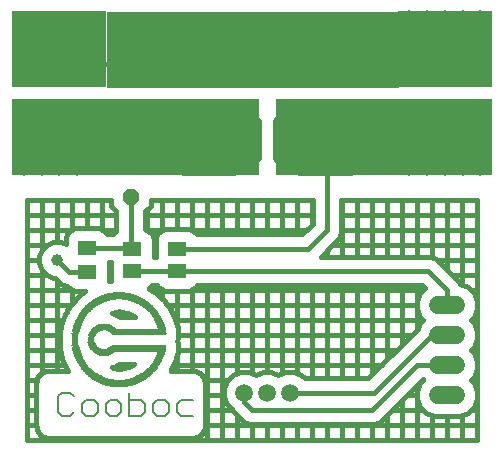
<source format=gtl>
G75*
%MOIN*%
%OFA0B0*%
%FSLAX24Y24*%
%IPPOS*%
%LPD*%
%AMOC8*
5,1,8,0,0,1.08239X$1,22.5*
%
%ADD10R,0.9744X0.2559*%
%ADD11R,0.5118X0.2559*%
%ADD12R,0.4094X0.2559*%
%ADD13C,0.0397*%
%ADD14C,0.1575*%
%ADD15C,0.0591*%
%ADD16C,0.0118*%
%ADD17C,0.0600*%
%ADD18R,0.0500X0.0250*%
%ADD19R,0.3150X0.2559*%
%ADD20R,0.0630X0.0512*%
%ADD21OC8,0.0520*%
%ADD22C,0.0070*%
%ADD23R,0.0427X0.0013*%
%ADD24R,0.0587X0.0013*%
%ADD25R,0.0721X0.0013*%
%ADD26R,0.0827X0.0013*%
%ADD27R,0.0908X0.0013*%
%ADD28R,0.1014X0.0013*%
%ADD29R,0.1094X0.0013*%
%ADD30R,0.1148X0.0013*%
%ADD31R,0.1228X0.0013*%
%ADD32R,0.1281X0.0013*%
%ADD33R,0.1335X0.0013*%
%ADD34R,0.1388X0.0013*%
%ADD35R,0.1441X0.0013*%
%ADD36R,0.1495X0.0013*%
%ADD37R,0.1548X0.0013*%
%ADD38R,0.1602X0.0013*%
%ADD39R,0.0721X0.0013*%
%ADD40R,0.0654X0.0013*%
%ADD41R,0.0654X0.0013*%
%ADD42R,0.0614X0.0013*%
%ADD43R,0.0614X0.0013*%
%ADD44R,0.0574X0.0013*%
%ADD45R,0.0547X0.0013*%
%ADD46R,0.0521X0.0013*%
%ADD47R,0.0494X0.0013*%
%ADD48R,0.0494X0.0013*%
%ADD49R,0.0467X0.0013*%
%ADD50R,0.0467X0.0013*%
%ADD51R,0.0454X0.0013*%
%ADD52R,0.0454X0.0013*%
%ADD53R,0.0440X0.0013*%
%ADD54R,0.0427X0.0013*%
%ADD55R,0.0414X0.0013*%
%ADD56R,0.0400X0.0013*%
%ADD57R,0.0400X0.0013*%
%ADD58R,0.0387X0.0013*%
%ADD59R,0.0387X0.0013*%
%ADD60R,0.0374X0.0013*%
%ADD61R,0.0374X0.0013*%
%ADD62R,0.0360X0.0013*%
%ADD63R,0.0360X0.0013*%
%ADD64R,0.0360X0.0013*%
%ADD65R,0.0360X0.0013*%
%ADD66R,0.0347X0.0013*%
%ADD67R,0.0347X0.0013*%
%ADD68R,0.0334X0.0013*%
%ADD69R,0.0334X0.0013*%
%ADD70R,0.0334X0.0013*%
%ADD71R,0.0334X0.0013*%
%ADD72R,0.0334X0.0013*%
%ADD73R,0.0320X0.0013*%
%ADD74R,0.0320X0.0013*%
%ADD75R,0.0307X0.0013*%
%ADD76R,0.0307X0.0013*%
%ADD77R,0.0307X0.0013*%
%ADD78R,0.0294X0.0013*%
%ADD79R,0.0294X0.0013*%
%ADD80R,0.0294X0.0013*%
%ADD81R,0.0280X0.0013*%
%ADD82R,0.0280X0.0013*%
%ADD83R,0.0280X0.0013*%
%ADD84R,0.0280X0.0013*%
%ADD85R,0.0280X0.0013*%
%ADD86R,0.0267X0.0013*%
%ADD87R,0.0267X0.0013*%
%ADD88R,0.0267X0.0013*%
%ADD89R,0.0267X0.0013*%
%ADD90R,0.0267X0.0013*%
%ADD91R,0.0267X0.0013*%
%ADD92R,0.0267X0.0013*%
%ADD93R,0.0254X0.0013*%
%ADD94R,0.0214X0.0013*%
%ADD95R,0.0320X0.0013*%
%ADD96R,0.0400X0.0013*%
%ADD97R,0.0254X0.0013*%
%ADD98R,0.0454X0.0013*%
%ADD99R,0.0254X0.0013*%
%ADD100R,0.0507X0.0013*%
%ADD101R,0.0240X0.0013*%
%ADD102R,0.0561X0.0013*%
%ADD103R,0.0240X0.0013*%
%ADD104R,0.0601X0.0013*%
%ADD105R,0.0240X0.0013*%
%ADD106R,0.0641X0.0013*%
%ADD107R,0.0667X0.0013*%
%ADD108R,0.0694X0.0013*%
%ADD109R,0.0254X0.0013*%
%ADD110R,0.0734X0.0013*%
%ADD111R,0.2416X0.0013*%
%ADD112R,0.2429X0.0013*%
%ADD113R,0.2456X0.0013*%
%ADD114R,0.0240X0.0013*%
%ADD115R,0.2469X0.0013*%
%ADD116R,0.0240X0.0013*%
%ADD117R,0.0414X0.0013*%
%ADD118R,0.2042X0.0013*%
%ADD119R,0.1989X0.0013*%
%ADD120R,0.0227X0.0013*%
%ADD121R,0.1949X0.0013*%
%ADD122R,0.1935X0.0013*%
%ADD123R,0.1909X0.0013*%
%ADD124R,0.1882X0.0013*%
%ADD125R,0.1855X0.0013*%
%ADD126R,0.0254X0.0013*%
%ADD127R,0.1842X0.0013*%
%ADD128R,0.1828X0.0013*%
%ADD129R,0.1828X0.0013*%
%ADD130R,0.0214X0.0013*%
%ADD131R,0.0227X0.0013*%
%ADD132R,0.0214X0.0013*%
%ADD133R,0.0200X0.0013*%
%ADD134R,0.0227X0.0013*%
%ADD135R,0.1815X0.0013*%
%ADD136R,0.0227X0.0013*%
%ADD137R,0.1815X0.0013*%
%ADD138R,0.1842X0.0013*%
%ADD139R,0.1869X0.0013*%
%ADD140R,0.1895X0.0013*%
%ADD141R,0.1962X0.0013*%
%ADD142R,0.0374X0.0013*%
%ADD143R,0.2002X0.0013*%
%ADD144R,0.2482X0.0013*%
%ADD145R,0.2469X0.0013*%
%ADD146R,0.0774X0.0013*%
%ADD147R,0.0747X0.0013*%
%ADD148R,0.0587X0.0013*%
%ADD149R,0.0534X0.0013*%
%ADD150R,0.0494X0.0013*%
%ADD151R,0.0427X0.0013*%
%ADD152R,0.0334X0.0013*%
%ADD153R,0.1441X0.0013*%
%ADD154R,0.1388X0.0013*%
%ADD155R,0.1228X0.0013*%
%ADD156R,0.1148X0.0013*%
%ADD157C,0.0160*%
%ADD158C,0.0396*%
%ADD159OC8,0.0396*%
%ADD160C,0.0357*%
D10*
X011690Y013596D03*
D11*
X009338Y010683D03*
D12*
X014495Y010683D03*
D13*
X015387Y011240D03*
X014924Y011387D03*
X014403Y011387D03*
X013881Y011387D03*
X013349Y011387D03*
X012887Y011240D03*
X012601Y010846D03*
X012601Y010354D03*
X012887Y009960D03*
X013349Y009813D03*
X013881Y009813D03*
X014403Y009813D03*
X014924Y009813D03*
X015387Y009960D03*
X015668Y010350D03*
X015668Y010850D03*
X016716Y010978D03*
X016912Y010387D03*
X017503Y010387D03*
X018094Y010387D03*
X018684Y010387D03*
X019275Y010387D03*
X019275Y009600D03*
X018684Y009600D03*
X018094Y009600D03*
X017503Y009600D03*
X016912Y009600D03*
X016716Y011569D03*
X017503Y011765D03*
X018094Y011765D03*
X018684Y011765D03*
X019275Y011765D03*
X019275Y012750D03*
X018684Y012750D03*
X018094Y012750D03*
X017503Y012750D03*
X016912Y012750D03*
X016912Y013537D03*
X017503Y013537D03*
X018094Y013537D03*
X018684Y013537D03*
X019275Y013537D03*
X019275Y014128D03*
X019275Y014718D03*
X018684Y014718D03*
X018094Y014718D03*
X018094Y014128D03*
X018684Y014128D03*
X017503Y014128D03*
X016912Y014128D03*
X016912Y014718D03*
X017503Y014718D03*
X011735Y010846D03*
X011450Y011240D03*
X010987Y011387D03*
X010466Y011387D03*
X009934Y011387D03*
X009412Y011387D03*
X008950Y011240D03*
X008668Y010850D03*
X008668Y010350D03*
X008950Y009960D03*
X009412Y009813D03*
X009934Y009813D03*
X010466Y009813D03*
X010987Y009813D03*
X011450Y009960D03*
X011735Y010354D03*
X006621Y010584D03*
X006227Y010978D03*
X005637Y010978D03*
X005046Y010978D03*
X004456Y010978D03*
X003865Y010978D03*
X003865Y011765D03*
X004456Y011765D03*
X005046Y011765D03*
X005637Y011765D03*
X006227Y011765D03*
X006424Y012750D03*
X005834Y012750D03*
X005243Y012750D03*
X004653Y012750D03*
X004062Y012750D03*
X004062Y013340D03*
X004653Y013340D03*
X005243Y013340D03*
X005834Y013340D03*
X006424Y013340D03*
X006424Y013931D03*
X006424Y014521D03*
X005834Y014521D03*
X005243Y014521D03*
X005243Y013931D03*
X005834Y013931D03*
X004653Y013931D03*
X004653Y014521D03*
X004062Y014521D03*
X004062Y013931D03*
X006621Y009994D03*
X005834Y009600D03*
X005243Y009600D03*
X004653Y009600D03*
X004062Y009600D03*
D14*
X009412Y010600D02*
X010987Y010600D01*
X013349Y010600D02*
X014924Y010600D01*
D15*
X012920Y002175D03*
X012168Y002175D03*
X011416Y002175D03*
D16*
X011043Y009475D02*
X009418Y009475D01*
X009251Y009488D01*
X009087Y009525D01*
X008930Y009586D01*
X008785Y009670D01*
X008653Y009775D01*
X008539Y009899D01*
X008444Y010038D01*
X008371Y010189D01*
X008322Y010350D01*
X008296Y010516D01*
X008296Y010684D01*
X008322Y010850D01*
X008371Y011011D01*
X008444Y011163D01*
X008539Y011301D01*
X008653Y011425D01*
X008785Y011530D01*
X008930Y011614D01*
X009087Y011675D01*
X009251Y011712D01*
X009418Y011725D01*
X011043Y011725D01*
X011215Y011699D01*
X011380Y011647D01*
X011537Y011573D01*
X011680Y011476D01*
X011809Y011359D01*
X011918Y011225D01*
X011918Y009975D01*
X011810Y009839D01*
X011683Y009720D01*
X011539Y009623D01*
X011382Y009548D01*
X011216Y009499D01*
X011043Y009475D01*
X011372Y009545D02*
X009035Y009545D01*
X008799Y009662D02*
X011597Y009662D01*
X011746Y009779D02*
X008650Y009779D01*
X008542Y009895D02*
X011855Y009895D01*
X011918Y010012D02*
X008461Y010012D01*
X008400Y010129D02*
X011918Y010129D01*
X011918Y010245D02*
X008354Y010245D01*
X008320Y010362D02*
X011918Y010362D01*
X011918Y010478D02*
X008302Y010478D01*
X008296Y010595D02*
X011918Y010595D01*
X011918Y010712D02*
X008301Y010712D01*
X008318Y010828D02*
X011918Y010828D01*
X011918Y010945D02*
X008351Y010945D01*
X008395Y011061D02*
X011918Y011061D01*
X011918Y011178D02*
X008455Y011178D01*
X008534Y011295D02*
X011861Y011295D01*
X011751Y011411D02*
X008641Y011411D01*
X008782Y011528D02*
X011603Y011528D01*
X011386Y011644D02*
X009009Y011644D01*
X012418Y011225D02*
X012418Y009975D01*
X012528Y009841D01*
X012656Y009724D01*
X012800Y009627D01*
X012956Y009553D01*
X013122Y009501D01*
X013293Y009475D01*
X014918Y009475D01*
X015086Y009488D01*
X015250Y009525D01*
X015406Y009586D01*
X015552Y009670D01*
X015684Y009775D01*
X015798Y009899D01*
X015893Y010038D01*
X015966Y010189D01*
X016015Y010350D01*
X016040Y010516D01*
X016040Y010684D01*
X016015Y010850D01*
X015966Y011011D01*
X015893Y011163D01*
X015798Y011301D01*
X015684Y011425D01*
X015552Y011530D01*
X015406Y011614D01*
X015250Y011675D01*
X015086Y011712D01*
X014918Y011725D01*
X013293Y011725D01*
X013121Y011701D01*
X012954Y011652D01*
X012797Y011577D01*
X012654Y011480D01*
X012526Y011361D01*
X012418Y011225D01*
X012418Y011178D02*
X015882Y011178D01*
X015941Y011061D02*
X012418Y011061D01*
X012418Y010945D02*
X015986Y010945D01*
X016018Y010828D02*
X012418Y010828D01*
X012418Y010712D02*
X016036Y010712D01*
X016040Y010595D02*
X012418Y010595D01*
X012418Y010478D02*
X016034Y010478D01*
X016017Y010362D02*
X012418Y010362D01*
X012418Y010245D02*
X015983Y010245D01*
X015936Y010129D02*
X012418Y010129D01*
X012418Y010012D02*
X015875Y010012D01*
X015795Y009895D02*
X012484Y009895D01*
X012596Y009779D02*
X015687Y009779D01*
X015537Y009662D02*
X012749Y009662D01*
X012980Y009545D02*
X015302Y009545D01*
X015803Y011295D02*
X012473Y011295D01*
X012580Y011411D02*
X015696Y011411D01*
X015554Y011528D02*
X012725Y011528D01*
X012939Y011644D02*
X015328Y011644D01*
D17*
X017868Y005100D02*
X018468Y005100D01*
X018468Y004100D02*
X017868Y004100D01*
X017868Y003100D02*
X018468Y003100D01*
X018468Y002100D02*
X017868Y002100D01*
D18*
X004653Y010191D03*
X004653Y013143D03*
D19*
X005243Y013635D03*
X005243Y010683D03*
X018094Y010683D03*
X018094Y013635D03*
D20*
X009168Y006974D03*
X009168Y006226D03*
X007668Y006226D03*
X007668Y006974D03*
X006168Y006994D03*
X006168Y006206D03*
D21*
X007629Y008679D03*
X007629Y012679D03*
D22*
X007579Y002176D02*
X007579Y001385D01*
X007974Y001385D01*
X008106Y001517D01*
X008106Y001780D01*
X007974Y001912D01*
X007579Y001912D01*
X007314Y001780D02*
X007182Y001912D01*
X006919Y001912D01*
X006787Y001780D01*
X006787Y001517D01*
X006919Y001385D01*
X007182Y001385D01*
X007314Y001517D01*
X007314Y001780D01*
X006522Y001780D02*
X006522Y001517D01*
X006391Y001385D01*
X006127Y001385D01*
X005995Y001517D01*
X005995Y001780D01*
X006127Y001912D01*
X006391Y001912D01*
X006522Y001780D01*
X005730Y001517D02*
X005599Y001385D01*
X005335Y001385D01*
X005203Y001517D01*
X005203Y002044D01*
X005335Y002176D01*
X005599Y002176D01*
X005730Y002044D01*
X008371Y001780D02*
X008371Y001517D01*
X008503Y001385D01*
X008766Y001385D01*
X008898Y001517D01*
X008898Y001780D01*
X008766Y001912D01*
X008503Y001912D01*
X008371Y001780D01*
X009163Y001780D02*
X009163Y001517D01*
X009294Y001385D01*
X009690Y001385D01*
X009163Y001780D02*
X009294Y001912D01*
X009690Y001912D01*
D23*
X007236Y002350D03*
D24*
X007236Y002363D03*
X007236Y005473D03*
D25*
X007237Y005460D03*
X006769Y005273D03*
X006729Y004312D03*
X006769Y002564D03*
X007237Y002377D03*
D26*
X007237Y002390D03*
X007237Y005446D03*
D27*
X007236Y005433D03*
X007236Y002403D03*
D28*
X007237Y002417D03*
X007237Y005420D03*
D29*
X007237Y005406D03*
X007237Y002430D03*
D30*
X007236Y002443D03*
D31*
X007237Y002457D03*
D32*
X007237Y002470D03*
X007237Y005366D03*
D33*
X007237Y005353D03*
X007237Y002483D03*
D34*
X007237Y002497D03*
D35*
X007236Y002510D03*
D36*
X007236Y002524D03*
X007236Y005313D03*
D37*
X007236Y005300D03*
X007236Y002537D03*
D38*
X007236Y002550D03*
X007236Y005286D03*
D39*
X007704Y005273D03*
X007704Y002564D03*
D40*
X006723Y002577D03*
X006736Y004339D03*
X006723Y005260D03*
D41*
X007750Y005260D03*
X007750Y002577D03*
D42*
X006676Y002590D03*
X006676Y005246D03*
D43*
X007797Y005246D03*
X006729Y004352D03*
X007797Y002590D03*
D44*
X007830Y002604D03*
X006643Y002604D03*
X006643Y005233D03*
X007830Y005233D03*
D45*
X007870Y005220D03*
X006603Y005220D03*
X006603Y002617D03*
X007870Y002617D03*
D46*
X007897Y002630D03*
X006576Y002630D03*
X006576Y005206D03*
X007897Y005206D03*
D47*
X006549Y005193D03*
X006522Y005179D03*
X006522Y002657D03*
X006549Y002644D03*
D48*
X007924Y002644D03*
X007951Y002657D03*
X007951Y005179D03*
X007924Y005193D03*
D49*
X006496Y005166D03*
X006496Y002670D03*
D50*
X007977Y002670D03*
X007977Y005166D03*
D51*
X008024Y005139D03*
X006476Y005153D03*
X006476Y002684D03*
X008024Y002697D03*
D52*
X007997Y002684D03*
X006449Y002697D03*
X006449Y005139D03*
X007997Y005153D03*
D53*
X008044Y005126D03*
X006429Y005126D03*
X006429Y002710D03*
X008044Y002710D03*
D54*
X008064Y002724D03*
X006409Y002724D03*
X006409Y005113D03*
X008064Y005113D03*
D55*
X008084Y005099D03*
X006389Y005099D03*
X006389Y002737D03*
X008084Y002737D03*
D56*
X006369Y002750D03*
X006369Y005086D03*
D57*
X008104Y005086D03*
X008104Y002750D03*
D58*
X006349Y002764D03*
X006349Y005073D03*
D59*
X008124Y005073D03*
X008124Y002764D03*
D60*
X008144Y002777D03*
X008157Y002790D03*
X006476Y003605D03*
X006329Y002777D03*
X006329Y005059D03*
X008144Y005059D03*
X008157Y005046D03*
D61*
X006729Y004419D03*
X006316Y005046D03*
X006316Y002790D03*
D62*
X006296Y002804D03*
X006282Y005019D03*
X006296Y005033D03*
D63*
X008177Y005033D03*
X008191Y005019D03*
X008177Y002804D03*
D64*
X006282Y002817D03*
D65*
X008191Y002817D03*
D66*
X008211Y002830D03*
X006262Y002830D03*
D67*
X006249Y002844D03*
X006462Y004219D03*
X006249Y004993D03*
X006262Y005006D03*
X008211Y005006D03*
X008224Y004993D03*
X008224Y002844D03*
D68*
X008244Y002857D03*
X008258Y002871D03*
X006229Y002857D03*
X006229Y004979D03*
X008244Y004979D03*
X008258Y004966D03*
X008271Y004953D03*
D69*
X008284Y004939D03*
X006442Y004205D03*
X006456Y003618D03*
X006215Y002871D03*
X006189Y004939D03*
X006215Y004966D03*
D70*
X006202Y002884D03*
D71*
X008271Y002884D03*
D72*
X008284Y002897D03*
X006189Y002897D03*
D73*
X006169Y002911D03*
X006169Y004926D03*
D74*
X006436Y003631D03*
X008304Y002911D03*
X008304Y004926D03*
D75*
X006429Y004192D03*
X006162Y004913D03*
X006162Y002924D03*
D76*
X006135Y002951D03*
X006416Y003645D03*
X006135Y004886D03*
X008311Y004913D03*
X008324Y004899D03*
X008338Y004886D03*
X008351Y004873D03*
X008351Y002964D03*
X008338Y002951D03*
X008324Y002937D03*
X008311Y002924D03*
D77*
X006149Y002937D03*
X006122Y002964D03*
X006122Y004873D03*
X006149Y004899D03*
D78*
X006115Y004859D03*
X006089Y004832D03*
X006062Y004792D03*
X006022Y004739D03*
X006729Y004432D03*
X006409Y004178D03*
X006022Y003097D03*
X006062Y003044D03*
X006089Y003004D03*
X006115Y002977D03*
X008358Y002977D03*
X008384Y003004D03*
X008398Y003017D03*
X008398Y003031D03*
X008411Y003044D03*
X008424Y003057D03*
X008451Y003097D03*
X008451Y004739D03*
X008424Y004779D03*
X008411Y004792D03*
X008398Y004806D03*
X008398Y004819D03*
X008384Y004832D03*
X008358Y004859D03*
D79*
X006102Y004846D03*
X006049Y004779D03*
X006049Y003057D03*
X006102Y002991D03*
D80*
X006075Y003017D03*
X006075Y003031D03*
X008371Y002991D03*
X008371Y004846D03*
X006075Y004819D03*
X006075Y004806D03*
D81*
X006042Y004766D03*
X006042Y003071D03*
D82*
X006015Y003111D03*
X006002Y003124D03*
X005975Y003178D03*
X006402Y003658D03*
X005975Y004659D03*
X005989Y004686D03*
X006002Y004699D03*
X006002Y004712D03*
X006015Y004726D03*
X008431Y004766D03*
X008444Y004752D03*
X008458Y004726D03*
X008471Y004712D03*
X008471Y004699D03*
X008484Y004686D03*
X008498Y004659D03*
X008498Y003178D03*
X008471Y003124D03*
X008458Y003111D03*
X008444Y003084D03*
X008431Y003071D03*
D83*
X006389Y003671D03*
X006389Y004165D03*
X006029Y004752D03*
X006029Y003084D03*
D84*
X006002Y003137D03*
X008471Y003137D03*
D85*
X008484Y003151D03*
X005989Y003151D03*
D86*
X005982Y003164D03*
X005969Y003191D03*
X005955Y003204D03*
X005955Y003218D03*
X005942Y003231D03*
X005942Y003244D03*
X005889Y003351D03*
X005889Y004485D03*
X005942Y004592D03*
X005942Y004606D03*
X005955Y004619D03*
X005955Y004632D03*
X008518Y004632D03*
X008518Y004619D03*
X008531Y004606D03*
X008531Y004592D03*
X008558Y004552D03*
X008558Y004539D03*
X008571Y004525D03*
X008571Y004512D03*
X008585Y004485D03*
X008598Y004459D03*
X008598Y003378D03*
X008585Y003351D03*
X008571Y003324D03*
X008571Y003311D03*
X008531Y003244D03*
X008531Y003231D03*
X008518Y003218D03*
X008518Y003204D03*
X008504Y003191D03*
X008491Y003164D03*
D87*
X008544Y003258D03*
X008544Y003271D03*
X008544Y004566D03*
X008544Y004579D03*
X006382Y004152D03*
X005875Y004459D03*
X005915Y004539D03*
X005915Y004552D03*
X005929Y004566D03*
X005929Y004579D03*
X005875Y003378D03*
X005929Y003271D03*
X005929Y003258D03*
D88*
X005915Y003284D03*
D89*
X005969Y004646D03*
X008504Y004646D03*
X008558Y003284D03*
D90*
X005915Y003298D03*
D91*
X005982Y004672D03*
X008491Y004672D03*
X008558Y003298D03*
D92*
X005902Y003311D03*
X005902Y003324D03*
X005902Y004512D03*
X005902Y004525D03*
D93*
X005895Y004499D03*
X005882Y004472D03*
X005869Y004445D03*
X005869Y004432D03*
X005855Y004419D03*
X005855Y004405D03*
X005828Y004325D03*
X006362Y004125D03*
X006362Y003711D03*
X006362Y003698D03*
X005828Y003511D03*
X005842Y003471D03*
X005855Y003418D03*
X005869Y003404D03*
X005869Y003391D03*
X005882Y003364D03*
X005895Y003338D03*
X008578Y003338D03*
X008591Y003364D03*
X008605Y003391D03*
X008605Y003404D03*
X008618Y003418D03*
X008631Y003471D03*
X008618Y004405D03*
X008618Y004419D03*
X008605Y004432D03*
X008605Y004445D03*
X008591Y004472D03*
X008578Y004499D03*
D94*
X006729Y003391D03*
D95*
X006729Y003404D03*
D96*
X006729Y003418D03*
D97*
X005855Y003431D03*
X005842Y004365D03*
X008631Y004365D03*
X008618Y003431D03*
D98*
X006729Y003431D03*
D99*
X006349Y004098D03*
X005855Y004392D03*
X005855Y003444D03*
X008618Y003444D03*
X008618Y004392D03*
D100*
X006729Y003444D03*
D101*
X005848Y003458D03*
X005808Y003565D03*
X005808Y003605D03*
X005808Y004232D03*
X005808Y004245D03*
X005808Y004259D03*
X005808Y004272D03*
X005848Y004379D03*
X008638Y004352D03*
X008638Y004339D03*
X008651Y004312D03*
X008651Y004299D03*
X008651Y004285D03*
X008651Y003525D03*
X008638Y003498D03*
X008638Y003484D03*
D102*
X006729Y003458D03*
D103*
X006356Y003725D03*
X006342Y003738D03*
X006342Y003751D03*
X006329Y003778D03*
X006329Y004045D03*
X006329Y004058D03*
X006342Y004085D03*
X006356Y004112D03*
X005822Y004285D03*
X005822Y004299D03*
X005822Y004312D03*
X005795Y004205D03*
X005795Y004192D03*
X005795Y004178D03*
X005795Y003658D03*
X005795Y003645D03*
X005795Y003631D03*
X005822Y003551D03*
X005822Y003538D03*
X005822Y003525D03*
X008625Y003458D03*
X008625Y004379D03*
D104*
X006736Y003471D03*
D105*
X006316Y003818D03*
X005782Y003725D03*
X005782Y003711D03*
X005835Y003498D03*
X005835Y003484D03*
X005782Y004112D03*
X005782Y004125D03*
X005835Y004339D03*
X005835Y004352D03*
D106*
X006729Y003484D03*
D107*
X006729Y003498D03*
D108*
X006729Y003511D03*
X006729Y004325D03*
D109*
X008645Y004325D03*
X008645Y003511D03*
D110*
X006736Y003525D03*
D111*
X007564Y003538D03*
D112*
X007557Y003551D03*
D113*
X007557Y003565D03*
X007557Y004272D03*
D114*
X005808Y003578D03*
D115*
X007550Y003578D03*
D116*
X005808Y003591D03*
D117*
X006509Y003591D03*
D118*
X007764Y003591D03*
D119*
X007790Y003605D03*
D120*
X006336Y003765D03*
X006322Y003791D03*
X006322Y003805D03*
X006322Y004018D03*
X006322Y004032D03*
X005788Y004138D03*
X005788Y004152D03*
X005788Y004165D03*
X005802Y004219D03*
X005775Y004085D03*
X005775Y004058D03*
X005775Y004045D03*
X005775Y004032D03*
X005775Y003805D03*
X005775Y003791D03*
X005775Y003778D03*
X005775Y003765D03*
X005775Y003751D03*
X005775Y003738D03*
X005788Y003698D03*
X005788Y003685D03*
X005788Y003671D03*
X005802Y003618D03*
D121*
X007810Y003618D03*
X007824Y004205D03*
D122*
X007830Y003631D03*
D123*
X007844Y003645D03*
X007844Y004192D03*
D124*
X007857Y003658D03*
D125*
X007870Y003671D03*
X007870Y004152D03*
D126*
X006376Y004138D03*
X006376Y003685D03*
D127*
X007877Y003685D03*
D128*
X007884Y003698D03*
X007884Y004138D03*
D129*
X007897Y004112D03*
X007897Y003725D03*
X007897Y003711D03*
D130*
X005768Y003818D03*
X005768Y003831D03*
X005768Y003845D03*
X005768Y003858D03*
X005768Y003872D03*
X005768Y003885D03*
X005768Y003898D03*
X005768Y003912D03*
X005768Y003925D03*
X005768Y003938D03*
X005768Y003952D03*
X005768Y003965D03*
X005768Y003978D03*
X005768Y003992D03*
X005768Y004005D03*
X005768Y004018D03*
D131*
X006309Y004005D03*
X006309Y003992D03*
X006309Y003978D03*
X006309Y003858D03*
X006309Y003845D03*
X006309Y003831D03*
D132*
X006302Y003872D03*
X006302Y003885D03*
X006302Y003898D03*
X006302Y003925D03*
X006302Y003938D03*
X006302Y003952D03*
X006302Y003965D03*
D133*
X006296Y003912D03*
D134*
X006336Y004072D03*
X005775Y004072D03*
D135*
X007904Y004085D03*
D136*
X005775Y004098D03*
D137*
X007904Y004098D03*
D138*
X007890Y004125D03*
D139*
X007864Y004165D03*
D140*
X007850Y004178D03*
D141*
X007804Y004219D03*
D142*
X006489Y004232D03*
D143*
X007784Y004232D03*
D144*
X007543Y004245D03*
D145*
X007550Y004259D03*
D146*
X006729Y004285D03*
D147*
X006729Y004299D03*
D148*
X006729Y004365D03*
D149*
X006729Y004379D03*
D150*
X006736Y004392D03*
D151*
X006729Y004405D03*
X007236Y005486D03*
D152*
X006202Y004953D03*
D153*
X007236Y005326D03*
D154*
X007237Y005340D03*
D155*
X007237Y005380D03*
D156*
X007236Y005393D03*
D157*
X004168Y008600D02*
X004168Y000600D01*
X019168Y000600D01*
X004168Y000600D01*
X004168Y008600D01*
X006969Y008600D01*
X006969Y008405D01*
X007149Y008225D01*
X007149Y007578D01*
X007127Y007569D01*
X007031Y007474D01*
X006823Y007474D01*
X006822Y007476D01*
X006710Y007589D01*
X006563Y007650D01*
X005774Y007650D01*
X005627Y007589D01*
X005514Y007476D01*
X005453Y007329D01*
X005453Y007129D01*
X005287Y007198D01*
X005049Y007198D01*
X004830Y007107D01*
X004661Y006939D01*
X004570Y006719D01*
X004570Y006481D01*
X004661Y006261D01*
X004830Y006093D01*
X005049Y006002D01*
X005088Y006002D01*
X005290Y005799D01*
X005467Y005726D01*
X005513Y005726D01*
X005514Y005724D01*
X005627Y005611D01*
X005774Y005550D01*
X006088Y005550D01*
X006076Y005539D01*
X006076Y005539D01*
X006072Y005535D01*
X006049Y005525D01*
X006018Y005495D01*
X005996Y005485D01*
X005942Y005432D01*
X005830Y005319D01*
X005816Y005306D01*
X005803Y005293D01*
X005803Y005293D01*
X005750Y005239D01*
X005736Y005226D01*
X005723Y005213D01*
X005710Y005199D01*
X005683Y005172D01*
X005670Y005159D01*
X005660Y005136D01*
X005643Y005119D01*
X005643Y005119D01*
X005630Y005106D01*
X005620Y005083D01*
X005616Y005079D01*
X005603Y005066D01*
X005603Y005066D01*
X005589Y005052D01*
X005580Y005030D01*
X005576Y005026D01*
X005563Y005012D01*
X005553Y004990D01*
X005536Y004972D01*
X005527Y004950D01*
X005523Y004946D01*
X005513Y004923D01*
X005509Y004919D01*
X005500Y004896D01*
X005496Y004892D01*
X005487Y004870D01*
X005483Y004866D01*
X005473Y004843D01*
X005469Y004839D01*
X005460Y004816D01*
X005456Y004812D01*
X005447Y004789D01*
X005443Y004785D01*
X005433Y004763D01*
X005429Y004759D01*
X005368Y004612D01*
X005368Y004609D01*
X005342Y004545D01*
X005342Y004537D01*
X005328Y004505D01*
X005328Y004484D01*
X005315Y004452D01*
X005315Y004444D01*
X005302Y004412D01*
X005302Y004390D01*
X005288Y004358D01*
X005288Y004324D01*
X005275Y004291D01*
X005275Y004243D01*
X005262Y004211D01*
X005262Y003625D01*
X005275Y003593D01*
X005275Y003545D01*
X005288Y003513D01*
X005288Y003478D01*
X005302Y003446D01*
X005302Y003425D01*
X005315Y003393D01*
X005315Y003385D01*
X005328Y003353D01*
X005328Y003331D01*
X005342Y003299D01*
X005342Y003291D01*
X005368Y003227D01*
X005368Y003225D01*
X005429Y003078D01*
X005433Y003074D01*
X005443Y003051D01*
X005447Y003047D01*
X005456Y003024D01*
X005460Y003020D01*
X005469Y002998D01*
X005473Y002994D01*
X005483Y002971D01*
X005487Y002967D01*
X005496Y002944D01*
X005500Y002940D01*
X005509Y002918D01*
X005513Y002914D01*
X005520Y002897D01*
X004864Y002897D01*
X004829Y002894D01*
X004795Y002888D01*
X004761Y002879D01*
X004728Y002867D01*
X004697Y002852D01*
X004667Y002834D01*
X004638Y002814D01*
X004611Y002792D01*
X004586Y002767D01*
X004564Y002740D01*
X004544Y002712D01*
X004526Y002682D01*
X004512Y002650D01*
X004500Y002617D01*
X004491Y002583D01*
X004485Y002549D01*
X004482Y002514D01*
X004482Y001046D01*
X004485Y001011D01*
X004491Y000977D01*
X004500Y000943D01*
X004512Y000910D01*
X004526Y000878D01*
X004544Y000848D01*
X004564Y000820D01*
X004586Y000793D01*
X004611Y000768D01*
X004638Y000746D01*
X004667Y000726D01*
X004697Y000708D01*
X004728Y000693D01*
X004761Y000681D01*
X004795Y000672D01*
X004829Y000666D01*
X004864Y000663D01*
X009710Y000663D01*
X009745Y000666D01*
X009780Y000672D01*
X009813Y000681D01*
X009846Y000693D01*
X009878Y000708D01*
X009908Y000726D01*
X009937Y000746D01*
X009963Y000768D01*
X009988Y000793D01*
X010011Y000820D01*
X010031Y000848D01*
X010048Y000878D01*
X010063Y000910D01*
X010075Y000943D01*
X010084Y000977D01*
X010090Y001011D01*
X010093Y001046D01*
X010093Y002514D01*
X010090Y002549D01*
X010084Y002583D01*
X010075Y002617D01*
X010063Y002650D01*
X010048Y002682D01*
X010031Y002712D01*
X010011Y002740D01*
X009988Y002767D01*
X009963Y002792D01*
X009937Y002814D01*
X009908Y002834D01*
X009878Y002852D01*
X009846Y002867D01*
X009813Y002879D01*
X009780Y002888D01*
X009745Y002894D01*
X009710Y002897D01*
X008953Y002897D01*
X008960Y002914D01*
X008964Y002918D01*
X008973Y002940D01*
X008977Y002944D01*
X008986Y002967D01*
X008990Y002971D01*
X009000Y002994D01*
X009004Y002998D01*
X009013Y003020D01*
X009017Y003024D01*
X009026Y003047D01*
X009030Y003051D01*
X009040Y003074D01*
X009044Y003078D01*
X009105Y003225D01*
X009105Y003227D01*
X009131Y003291D01*
X009131Y003299D01*
X009145Y003331D01*
X009145Y003353D01*
X009158Y003385D01*
X009158Y003393D01*
X009171Y003425D01*
X009171Y003446D01*
X009185Y003478D01*
X009185Y003513D01*
X009198Y003545D01*
X009198Y003593D01*
X009211Y003625D01*
X009211Y003811D01*
X009172Y003905D01*
X009211Y003999D01*
X009211Y004211D01*
X009198Y004243D01*
X009198Y004291D01*
X009185Y004324D01*
X009185Y004358D01*
X009171Y004390D01*
X009171Y004412D01*
X009158Y004444D01*
X009158Y004452D01*
X009145Y004484D01*
X009145Y004505D01*
X009131Y004537D01*
X009131Y004545D01*
X009105Y004609D01*
X009105Y004612D01*
X009044Y004759D01*
X009040Y004763D01*
X009030Y004785D01*
X009026Y004789D01*
X009017Y004812D01*
X009013Y004816D01*
X009004Y004839D01*
X009000Y004843D01*
X008990Y004866D01*
X008986Y004869D01*
X008977Y004892D01*
X008973Y004896D01*
X008964Y004919D01*
X008960Y004923D01*
X008950Y004946D01*
X008946Y004950D01*
X008937Y004972D01*
X008924Y004986D01*
X008920Y004990D01*
X008910Y005012D01*
X008897Y005026D01*
X008893Y005030D01*
X008884Y005052D01*
X008870Y005066D01*
X008857Y005079D01*
X008853Y005083D01*
X008844Y005106D01*
X008830Y005119D01*
X008830Y005119D01*
X008817Y005132D01*
X008817Y005132D01*
X008813Y005136D01*
X008804Y005159D01*
X008790Y005172D01*
X008777Y005186D01*
X008763Y005199D01*
X008750Y005213D01*
X008638Y005325D01*
X008638Y005325D01*
X008531Y005432D01*
X008477Y005485D01*
X008455Y005495D01*
X008424Y005525D01*
X008401Y005535D01*
X008371Y005565D01*
X008348Y005575D01*
X008344Y005579D01*
X008331Y005592D01*
X008308Y005601D01*
X008291Y005619D01*
X008268Y005628D01*
X008264Y005632D01*
X008241Y005641D01*
X008237Y005645D01*
X008228Y005649D01*
X008322Y005743D01*
X008323Y005746D01*
X008513Y005746D01*
X008514Y005743D01*
X008627Y005631D01*
X008774Y005570D01*
X009563Y005570D01*
X009710Y005631D01*
X009822Y005743D01*
X009823Y005746D01*
X017344Y005746D01*
X017434Y005656D01*
X017275Y005497D01*
X017168Y005239D01*
X017168Y005746D01*
X017378Y005600D02*
X009635Y005600D01*
X009668Y005614D02*
X009668Y002897D01*
X009168Y002897D02*
X009168Y003418D01*
X009201Y003600D02*
X016489Y003600D01*
X016668Y003779D02*
X016668Y005746D01*
X016168Y005746D02*
X016168Y003279D01*
X015989Y003100D02*
X009053Y003100D01*
X010079Y002600D02*
X010858Y002600D01*
X010827Y002569D02*
X010721Y002313D01*
X010721Y002037D01*
X010827Y001781D01*
X010996Y001611D01*
X011009Y001580D01*
X011261Y001328D01*
X011396Y001193D01*
X011573Y001120D01*
X015764Y001120D01*
X015940Y001193D01*
X017363Y002616D01*
X017378Y002600D01*
X017347Y002600D01*
X017378Y002600D02*
X017275Y002497D01*
X017168Y002239D01*
X017168Y002421D01*
X017168Y002239D02*
X017168Y001961D01*
X017168Y000600D01*
X016668Y000600D02*
X016668Y001921D01*
X016847Y002100D02*
X017168Y002100D01*
X017168Y001961D02*
X017275Y001703D01*
X017472Y001507D01*
X017729Y001400D01*
X018608Y001400D01*
X018865Y001507D01*
X019062Y001703D01*
X019168Y001961D01*
X019168Y002239D01*
X019062Y002497D01*
X018958Y002600D01*
X019062Y002703D01*
X019168Y002961D01*
X019168Y003239D01*
X019062Y003497D01*
X018958Y003600D01*
X019062Y003703D01*
X019168Y003961D01*
X019168Y004239D01*
X019062Y004497D01*
X018958Y004600D01*
X019062Y004703D01*
X019168Y004961D01*
X019168Y005239D01*
X019062Y005497D01*
X018865Y005693D01*
X018608Y005800D01*
X018605Y005800D01*
X018575Y005872D01*
X018440Y006007D01*
X017814Y006633D01*
X017638Y006706D01*
X013953Y006706D01*
X014440Y007193D01*
X014575Y007328D01*
X014648Y007505D01*
X014648Y008600D01*
X019168Y008600D01*
X019168Y000600D01*
X018668Y000600D02*
X018668Y001425D01*
X018958Y001600D02*
X019168Y001600D01*
X019168Y001100D02*
X010093Y001100D01*
X009668Y000663D02*
X009668Y000600D01*
X009168Y000600D02*
X009168Y000663D01*
X008668Y000663D02*
X008668Y000600D01*
X008168Y000600D02*
X008168Y000663D01*
X007668Y000663D02*
X007668Y000600D01*
X007168Y000600D02*
X007168Y000663D01*
X006668Y000663D02*
X006668Y000600D01*
X006168Y000600D02*
X006168Y000663D01*
X005668Y000663D02*
X005668Y000600D01*
X005168Y000600D02*
X005168Y000663D01*
X004668Y000600D02*
X004668Y000725D01*
X004482Y001100D02*
X004168Y001100D01*
X004168Y001600D02*
X004482Y001600D01*
X004482Y002100D02*
X004168Y002100D01*
X004168Y002600D02*
X004495Y002600D01*
X004668Y002835D02*
X004668Y006254D01*
X004822Y006100D02*
X004168Y006100D01*
X004168Y005600D02*
X005654Y005600D01*
X005668Y005594D02*
X005668Y005156D01*
X005710Y005199D02*
X005710Y005199D01*
X005627Y005100D02*
X004168Y005100D01*
X004168Y004600D02*
X005365Y004600D01*
X005262Y004100D02*
X004168Y004100D01*
X004168Y003600D02*
X005272Y003600D01*
X005420Y003100D02*
X004168Y003100D01*
X005168Y002897D02*
X005168Y005921D01*
X005562Y006206D02*
X005168Y006600D01*
X005562Y006206D02*
X006168Y006206D01*
X006883Y006100D02*
X006953Y006100D01*
X006953Y005893D02*
X006953Y006514D01*
X006883Y006514D01*
X006883Y005880D01*
X006911Y005880D01*
X006943Y005893D01*
X006953Y005893D01*
X007668Y006226D02*
X009168Y006226D01*
X017542Y006226D01*
X018168Y005600D01*
X018168Y005100D01*
X017378Y004600D02*
X009109Y004600D01*
X009168Y004419D02*
X009168Y005570D01*
X008702Y005600D02*
X008311Y005600D01*
X008344Y005579D02*
X008344Y005579D01*
X008531Y005432D02*
X008531Y005432D01*
X008668Y005294D02*
X008668Y005614D01*
X008846Y005100D02*
X017168Y005100D01*
X017168Y005239D02*
X017168Y004961D01*
X017168Y004279D01*
X017196Y004307D02*
X015544Y002655D01*
X013424Y002655D01*
X013314Y002764D01*
X013059Y002870D01*
X012782Y002870D01*
X012544Y002772D01*
X012307Y002870D01*
X012030Y002870D01*
X011792Y002772D01*
X011555Y002870D01*
X011278Y002870D01*
X011022Y002764D01*
X010827Y002569D01*
X011168Y002825D02*
X011168Y005746D01*
X010668Y005746D02*
X010668Y000600D01*
X010168Y000600D02*
X010168Y005746D01*
X011668Y005746D02*
X011668Y002823D01*
X012168Y002870D02*
X012168Y005746D01*
X012668Y005746D02*
X012668Y002823D01*
X013168Y002825D02*
X013168Y005746D01*
X013668Y005746D02*
X013668Y002655D01*
X014168Y002655D02*
X014168Y005746D01*
X014668Y005746D02*
X014668Y002655D01*
X015168Y002655D02*
X015168Y005746D01*
X015668Y005746D02*
X015668Y002779D01*
X015743Y002175D02*
X017668Y004100D01*
X018168Y004100D01*
X017378Y004600D02*
X017275Y004497D01*
X017196Y004307D01*
X016989Y004100D02*
X009211Y004100D01*
X007779Y004679D02*
X007295Y004679D01*
X007290Y004684D01*
X007267Y004694D01*
X007263Y004698D01*
X007263Y004698D01*
X007250Y004711D01*
X007227Y004720D01*
X007210Y004738D01*
X007063Y004799D01*
X007060Y004799D01*
X006996Y004825D01*
X006988Y004825D01*
X006987Y004826D01*
X006988Y004826D01*
X007009Y004826D01*
X007041Y004840D01*
X007063Y004840D01*
X007095Y004853D01*
X007129Y004853D01*
X007161Y004866D01*
X007209Y004866D01*
X007237Y004877D01*
X007264Y004866D01*
X007312Y004866D01*
X007344Y004853D01*
X007378Y004853D01*
X007411Y004840D01*
X007432Y004840D01*
X007464Y004826D01*
X007485Y004826D01*
X007517Y004813D01*
X007525Y004813D01*
X007557Y004799D01*
X007560Y004799D01*
X007568Y004796D01*
X007570Y004794D01*
X007593Y004784D01*
X007597Y004780D01*
X007620Y004771D01*
X007624Y004767D01*
X007647Y004758D01*
X007651Y004754D01*
X007673Y004744D01*
X007677Y004740D01*
X007700Y004731D01*
X007704Y004727D01*
X007727Y004718D01*
X007731Y004714D01*
X007744Y004700D01*
X007767Y004691D01*
X007771Y004687D01*
X007779Y004679D01*
X007668Y004679D02*
X007668Y004746D01*
X007168Y004755D02*
X007168Y004866D01*
X005942Y005432D02*
X005942Y005432D01*
X004570Y006600D02*
X004168Y006600D01*
X004668Y006946D02*
X004668Y008600D01*
X005168Y008600D02*
X005168Y007198D01*
X004822Y007100D02*
X004168Y007100D01*
X004168Y007600D02*
X005654Y007600D01*
X005668Y007606D02*
X005668Y008600D01*
X006168Y008600D02*
X006168Y007650D01*
X006668Y007606D02*
X006668Y008600D01*
X007149Y008100D02*
X004168Y008100D01*
X006168Y006994D02*
X007668Y006994D01*
X007668Y006974D01*
X007629Y006974D01*
X007629Y008679D01*
X008168Y008285D02*
X008168Y007586D01*
X008135Y007600D02*
X008702Y007600D01*
X008668Y007586D02*
X008668Y008600D01*
X008289Y008600D02*
X008289Y008405D01*
X008109Y008225D01*
X008109Y007611D01*
X008210Y007569D01*
X008322Y007457D01*
X008383Y007309D01*
X008383Y006706D01*
X008453Y006706D01*
X008453Y007309D01*
X008514Y007457D01*
X008627Y007569D01*
X008774Y007630D01*
X009563Y007630D01*
X009710Y007569D01*
X009822Y007457D01*
X009823Y007454D01*
X013344Y007454D01*
X013688Y007799D01*
X013688Y008600D01*
X008289Y008600D01*
X008109Y008100D02*
X013688Y008100D01*
X013668Y007779D02*
X013668Y008600D01*
X013168Y008600D02*
X013168Y007454D01*
X013489Y007600D02*
X009635Y007600D01*
X009668Y007586D02*
X009668Y008600D01*
X009168Y008600D02*
X009168Y007630D01*
X009168Y006974D02*
X013542Y006974D01*
X014168Y007600D01*
X014168Y009844D01*
X014924Y010600D01*
X015168Y008600D02*
X015168Y006706D01*
X014668Y006706D02*
X014668Y008600D01*
X014648Y008100D02*
X019168Y008100D01*
X018668Y008600D02*
X018668Y005775D01*
X018958Y005600D02*
X019168Y005600D01*
X019168Y005100D02*
X019168Y005100D01*
X019168Y004600D02*
X018958Y004600D01*
X019168Y004100D02*
X019168Y004100D01*
X019168Y003600D02*
X018958Y003600D01*
X019168Y003100D02*
X019168Y003100D01*
X019168Y002600D02*
X018958Y002600D01*
X019168Y002100D02*
X019168Y002100D01*
X018168Y001400D02*
X018168Y000600D01*
X017668Y000600D02*
X017668Y001425D01*
X017378Y001600D02*
X016347Y001600D01*
X016168Y001421D02*
X016168Y000600D01*
X015668Y000600D02*
X015668Y001120D01*
X015168Y001120D02*
X015168Y000600D01*
X014668Y000600D02*
X014668Y001120D01*
X014168Y001120D02*
X014168Y000600D01*
X013668Y000600D02*
X013668Y001120D01*
X013168Y001120D02*
X013168Y000600D01*
X012668Y000600D02*
X012668Y001120D01*
X012168Y001120D02*
X012168Y000600D01*
X011668Y000600D02*
X011668Y001120D01*
X011668Y001600D02*
X015668Y001600D01*
X017168Y003100D01*
X018168Y003100D01*
X017378Y004600D02*
X017275Y004703D01*
X017168Y004961D01*
X018347Y006100D02*
X019168Y006100D01*
X019168Y006600D02*
X017847Y006600D01*
X017668Y006693D02*
X017668Y008600D01*
X017168Y008600D02*
X017168Y006706D01*
X016668Y006706D02*
X016668Y008600D01*
X016168Y008600D02*
X016168Y006706D01*
X015668Y006706D02*
X015668Y008600D01*
X014648Y007600D02*
X019168Y007600D01*
X019168Y007100D02*
X014347Y007100D01*
X014168Y006921D02*
X014168Y006706D01*
X012668Y007454D02*
X012668Y008600D01*
X012168Y008600D02*
X012168Y007454D01*
X011668Y007454D02*
X011668Y008600D01*
X011168Y008600D02*
X011168Y007454D01*
X010668Y007454D02*
X010668Y008600D01*
X010168Y008600D02*
X010168Y007454D01*
X008453Y007100D02*
X008383Y007100D01*
X007149Y007600D02*
X006683Y007600D01*
X008237Y010191D02*
X004653Y010191D01*
X008237Y010191D02*
X009934Y011387D01*
X007629Y012679D02*
X007668Y013143D01*
X012168Y013143D01*
X012168Y013100D01*
X007668Y013143D02*
X004653Y013143D01*
X018168Y008600D02*
X018168Y006279D01*
X015743Y002175D02*
X012920Y002175D01*
X011668Y001600D02*
X011416Y001852D01*
X011416Y002175D01*
X010721Y002100D02*
X010093Y002100D01*
X010093Y001600D02*
X011001Y001600D01*
X011168Y001421D02*
X011168Y000600D01*
X007647Y003079D02*
X007624Y003069D01*
X007620Y003066D01*
X007597Y003056D01*
X007593Y003052D01*
X007570Y003043D01*
X007568Y003041D01*
X007560Y003037D01*
X007557Y003037D01*
X007525Y003024D01*
X007517Y003024D01*
X007485Y003010D01*
X007464Y003010D01*
X007432Y002997D01*
X007411Y002997D01*
X007378Y002984D01*
X007344Y002984D01*
X007312Y002970D01*
X007264Y002970D01*
X007237Y002959D01*
X007209Y002970D01*
X007161Y002970D01*
X007129Y002984D01*
X007095Y002984D01*
X007063Y002997D01*
X007041Y002997D01*
X007009Y003010D01*
X006999Y003010D01*
X007001Y003011D01*
X007009Y003011D01*
X007156Y003072D01*
X007160Y003076D01*
X007183Y003085D01*
X007187Y003089D01*
X007210Y003099D01*
X007214Y003103D01*
X007236Y003112D01*
X007240Y003116D01*
X007263Y003125D01*
X007269Y003131D01*
X007739Y003131D01*
X007727Y003119D01*
X007704Y003110D01*
X007700Y003106D01*
X007677Y003096D01*
X007673Y003092D01*
X007651Y003083D01*
X007647Y003079D01*
X007668Y003090D02*
X007668Y003131D01*
X007686Y003100D02*
X007211Y003100D01*
X007168Y003079D02*
X007168Y002970D01*
D158*
X005168Y006600D03*
D159*
X012168Y013100D03*
D160*
X011149Y013104D03*
X009968Y013104D03*
X008786Y013104D03*
X007605Y013301D03*
X007605Y014285D03*
X008786Y014285D03*
X009968Y014285D03*
X011149Y014285D03*
X012330Y014285D03*
X013511Y014285D03*
X014692Y014285D03*
X015873Y014285D03*
X015873Y013104D03*
X014692Y013104D03*
X013511Y013104D03*
M02*

</source>
